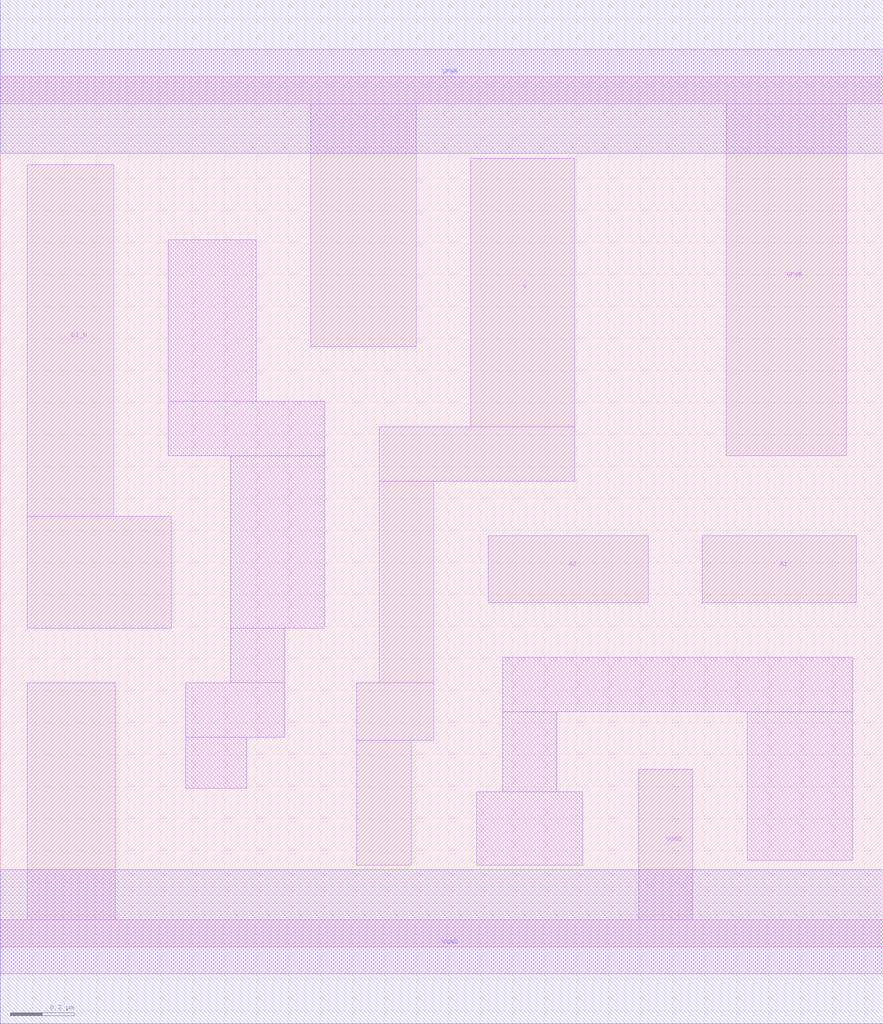
<source format=lef>
# Copyright 2020 The SkyWater PDK Authors
#
# Licensed under the Apache License, Version 2.0 (the "License");
# you may not use this file except in compliance with the License.
# You may obtain a copy of the License at
#
#     https://www.apache.org/licenses/LICENSE-2.0
#
# Unless required by applicable law or agreed to in writing, software
# distributed under the License is distributed on an "AS IS" BASIS,
# WITHOUT WARRANTIES OR CONDITIONS OF ANY KIND, either express or implied.
# See the License for the specific language governing permissions and
# limitations under the License.
#
# SPDX-License-Identifier: Apache-2.0

VERSION 5.5 ;
NAMESCASESENSITIVE ON ;
BUSBITCHARS "[]" ;
DIVIDERCHAR "/" ;
MACRO sky130_fd_sc_hd__o21bai_1
  CLASS CORE ;
  SOURCE USER ;
  ORIGIN  0.000000  0.000000 ;
  SIZE  2.760000 BY  2.720000 ;
  SYMMETRY X Y R90 ;
  SITE unithd ;
  PIN A1
    ANTENNAGATEAREA  0.247500 ;
    DIRECTION INPUT ;
    USE SIGNAL ;
    PORT
      LAYER li1 ;
        RECT 2.195000 1.075000 2.675000 1.285000 ;
    END
  END A1
  PIN A2
    ANTENNAGATEAREA  0.247500 ;
    DIRECTION INPUT ;
    USE SIGNAL ;
    PORT
      LAYER li1 ;
        RECT 1.525000 1.075000 2.025000 1.285000 ;
    END
  END A2
  PIN B1_N
    ANTENNAGATEAREA  0.126000 ;
    DIRECTION INPUT ;
    USE SIGNAL ;
    PORT
      LAYER li1 ;
        RECT 0.085000 0.995000 0.535000 1.345000 ;
        RECT 0.085000 1.345000 0.355000 2.445000 ;
    END
  END B1_N
  PIN Y
    ANTENNADIFFAREA  0.474000 ;
    DIRECTION OUTPUT ;
    USE SIGNAL ;
    PORT
      LAYER li1 ;
        RECT 1.115000 0.255000 1.285000 0.645000 ;
        RECT 1.115000 0.645000 1.355000 0.825000 ;
        RECT 1.185000 0.825000 1.355000 1.455000 ;
        RECT 1.185000 1.455000 1.795000 1.625000 ;
        RECT 1.470000 1.625000 1.795000 2.465000 ;
    END
  END Y
  PIN VGND
    DIRECTION INOUT ;
    SHAPE ABUTMENT ;
    USE GROUND ;
    PORT
      LAYER li1 ;
        RECT 0.000000 -0.085000 2.760000 0.085000 ;
        RECT 0.085000  0.085000 0.360000 0.825000 ;
        RECT 1.995000  0.085000 2.165000 0.555000 ;
    END
    PORT
      LAYER met1 ;
        RECT 0.000000 -0.240000 2.760000 0.240000 ;
    END
  END VGND
  PIN VNB
    DIRECTION INOUT ;
    USE GROUND ;
    PORT
    END
  END VNB
  PIN VPB
    DIRECTION INOUT ;
    USE POWER ;
    PORT
    END
  END VPB
  PIN VPWR
    DIRECTION INOUT ;
    SHAPE ABUTMENT ;
    USE POWER ;
    PORT
      LAYER li1 ;
        RECT 0.000000 2.635000 2.760000 2.805000 ;
        RECT 0.970000 1.875000 1.300000 2.635000 ;
        RECT 2.270000 1.535000 2.645000 2.635000 ;
    END
    PORT
      LAYER met1 ;
        RECT 0.000000 2.480000 2.760000 2.960000 ;
    END
  END VPWR
  OBS
    LAYER li1 ;
      RECT 0.525000 1.535000 1.015000 1.705000 ;
      RECT 0.525000 1.705000 0.800000 2.210000 ;
      RECT 0.580000 0.495000 0.770000 0.655000 ;
      RECT 0.580000 0.655000 0.890000 0.825000 ;
      RECT 0.720000 0.825000 0.890000 0.995000 ;
      RECT 0.720000 0.995000 1.015000 1.535000 ;
      RECT 1.490000 0.255000 1.820000 0.485000 ;
      RECT 1.570000 0.485000 1.740000 0.735000 ;
      RECT 1.570000 0.735000 2.665000 0.905000 ;
      RECT 2.335000 0.270000 2.665000 0.735000 ;
  END
END sky130_fd_sc_hd__o21bai_1
END LIBRARY

</source>
